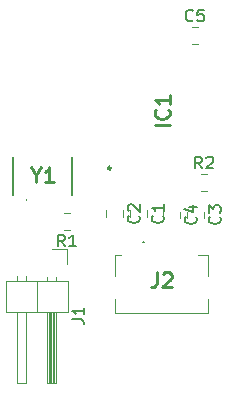
<source format=gbr>
%TF.GenerationSoftware,KiCad,Pcbnew,5.1.6*%
%TF.CreationDate,2021-04-23T20:37:08+02:00*%
%TF.ProjectId,prog,70726f67-2e6b-4696-9361-645f70636258,rev?*%
%TF.SameCoordinates,Original*%
%TF.FileFunction,Legend,Top*%
%TF.FilePolarity,Positive*%
%FSLAX46Y46*%
G04 Gerber Fmt 4.6, Leading zero omitted, Abs format (unit mm)*
G04 Created by KiCad (PCBNEW 5.1.6) date 2021-04-23 20:37:08*
%MOMM*%
%LPD*%
G01*
G04 APERTURE LIST*
%ADD10C,0.200000*%
%ADD11C,0.100000*%
%ADD12C,0.120000*%
%ADD13C,0.250000*%
%ADD14C,0.254000*%
%ADD15C,0.150000*%
G04 APERTURE END LIST*
D10*
%TO.C,Y1*%
X49062000Y-151478000D02*
X49062000Y-154678000D01*
X54062000Y-151478000D02*
X54062000Y-154678000D01*
D11*
X50162000Y-155178000D02*
X50162000Y-155178000D01*
X50162000Y-155078000D02*
X50162000Y-155078000D01*
X50162000Y-155078000D02*
G75*
G02*
X50162000Y-155178000I0J-50000D01*
G01*
X50162000Y-155178000D02*
G75*
G02*
X50162000Y-155078000I0J50000D01*
G01*
D12*
%TO.C,C4*%
X61774000Y-156127422D02*
X61774000Y-156644578D01*
X63194000Y-156127422D02*
X63194000Y-156644578D01*
D10*
%TO.C,J2*%
X60013000Y-158735000D02*
X60013000Y-158735000D01*
X60113000Y-158735000D02*
X60113000Y-158735000D01*
D11*
X65513000Y-159760000D02*
X65513000Y-161560000D01*
X64688000Y-159760000D02*
X65513000Y-159760000D01*
X65513000Y-164710000D02*
X65513000Y-163560000D01*
X57713000Y-164710000D02*
X65513000Y-164710000D01*
X57713000Y-163560000D02*
X57713000Y-164710000D01*
X57713000Y-159760000D02*
X57713000Y-161560000D01*
X58188000Y-159760000D02*
X57713000Y-159760000D01*
D10*
X60113000Y-158735000D02*
G75*
G02*
X60013000Y-158735000I-50000J0D01*
G01*
X60013000Y-158735000D02*
G75*
G02*
X60113000Y-158735000I50000J0D01*
G01*
D12*
%TO.C,R2*%
X64940922Y-154380000D02*
X65458078Y-154380000D01*
X64940922Y-152960000D02*
X65458078Y-152960000D01*
%TO.C,R1*%
X53852578Y-156262000D02*
X53335422Y-156262000D01*
X53852578Y-157682000D02*
X53335422Y-157682000D01*
%TO.C,C5*%
X64178922Y-141934000D02*
X64696078Y-141934000D01*
X64178922Y-140514000D02*
X64696078Y-140514000D01*
%TO.C,C3*%
X63806000Y-156127422D02*
X63806000Y-156644578D01*
X65226000Y-156127422D02*
X65226000Y-156644578D01*
%TO.C,C2*%
X56948000Y-156029422D02*
X56948000Y-156546578D01*
X58368000Y-156029422D02*
X58368000Y-156546578D01*
%TO.C,C1*%
X58980000Y-156029422D02*
X58980000Y-156546578D01*
X60400000Y-156029422D02*
X60400000Y-156546578D01*
%TO.C,J1*%
X53594000Y-159258000D02*
X53594000Y-160528000D01*
X52324000Y-159258000D02*
X53594000Y-159258000D01*
X49404000Y-161570929D02*
X49404000Y-161968000D01*
X50164000Y-161570929D02*
X50164000Y-161968000D01*
X49404000Y-170628000D02*
X49404000Y-164628000D01*
X50164000Y-170628000D02*
X49404000Y-170628000D01*
X50164000Y-164628000D02*
X50164000Y-170628000D01*
X51054000Y-161968000D02*
X51054000Y-164628000D01*
X51944000Y-161638000D02*
X51944000Y-161968000D01*
X52704000Y-161638000D02*
X52704000Y-161968000D01*
X52044000Y-164628000D02*
X52044000Y-170628000D01*
X52164000Y-164628000D02*
X52164000Y-170628000D01*
X52284000Y-164628000D02*
X52284000Y-170628000D01*
X52404000Y-164628000D02*
X52404000Y-170628000D01*
X52524000Y-164628000D02*
X52524000Y-170628000D01*
X52644000Y-164628000D02*
X52644000Y-170628000D01*
X51944000Y-170628000D02*
X51944000Y-164628000D01*
X52704000Y-170628000D02*
X51944000Y-170628000D01*
X52704000Y-164628000D02*
X52704000Y-170628000D01*
X53654000Y-164628000D02*
X53654000Y-161968000D01*
X48454000Y-164628000D02*
X53654000Y-164628000D01*
X48454000Y-161968000D02*
X48454000Y-164628000D01*
X53654000Y-161968000D02*
X48454000Y-161968000D01*
D13*
%TO.C,IC1*%
X57347000Y-152449000D02*
G75*
G03*
X57347000Y-152449000I-125000J0D01*
G01*
%TO.C,Y1*%
D14*
X50957238Y-153047761D02*
X50957238Y-153652523D01*
X50533904Y-152382523D02*
X50957238Y-153047761D01*
X51380571Y-152382523D01*
X52469142Y-153652523D02*
X51743428Y-153652523D01*
X52106285Y-153652523D02*
X52106285Y-152382523D01*
X51985333Y-152563952D01*
X51864380Y-152684904D01*
X51743428Y-152745380D01*
%TO.C,C4*%
D15*
X64491142Y-156552666D02*
X64538761Y-156600285D01*
X64586380Y-156743142D01*
X64586380Y-156838380D01*
X64538761Y-156981238D01*
X64443523Y-157076476D01*
X64348285Y-157124095D01*
X64157809Y-157171714D01*
X64014952Y-157171714D01*
X63824476Y-157124095D01*
X63729238Y-157076476D01*
X63634000Y-156981238D01*
X63586380Y-156838380D01*
X63586380Y-156743142D01*
X63634000Y-156600285D01*
X63681619Y-156552666D01*
X63919714Y-155695523D02*
X64586380Y-155695523D01*
X63538761Y-155933619D02*
X64253047Y-156171714D01*
X64253047Y-155552666D01*
%TO.C,J2*%
D14*
X61189666Y-161264523D02*
X61189666Y-162171666D01*
X61129190Y-162353095D01*
X61008238Y-162474047D01*
X60826809Y-162534523D01*
X60705857Y-162534523D01*
X61733952Y-161385476D02*
X61794428Y-161325000D01*
X61915380Y-161264523D01*
X62217761Y-161264523D01*
X62338714Y-161325000D01*
X62399190Y-161385476D01*
X62459666Y-161506428D01*
X62459666Y-161627380D01*
X62399190Y-161808809D01*
X61673476Y-162534523D01*
X62459666Y-162534523D01*
%TO.C,R2*%
D15*
X65032833Y-152472380D02*
X64699500Y-151996190D01*
X64461404Y-152472380D02*
X64461404Y-151472380D01*
X64842357Y-151472380D01*
X64937595Y-151520000D01*
X64985214Y-151567619D01*
X65032833Y-151662857D01*
X65032833Y-151805714D01*
X64985214Y-151900952D01*
X64937595Y-151948571D01*
X64842357Y-151996190D01*
X64461404Y-151996190D01*
X65413785Y-151567619D02*
X65461404Y-151520000D01*
X65556642Y-151472380D01*
X65794738Y-151472380D01*
X65889976Y-151520000D01*
X65937595Y-151567619D01*
X65985214Y-151662857D01*
X65985214Y-151758095D01*
X65937595Y-151900952D01*
X65366166Y-152472380D01*
X65985214Y-152472380D01*
%TO.C,R1*%
X53427333Y-159074380D02*
X53094000Y-158598190D01*
X52855904Y-159074380D02*
X52855904Y-158074380D01*
X53236857Y-158074380D01*
X53332095Y-158122000D01*
X53379714Y-158169619D01*
X53427333Y-158264857D01*
X53427333Y-158407714D01*
X53379714Y-158502952D01*
X53332095Y-158550571D01*
X53236857Y-158598190D01*
X52855904Y-158598190D01*
X54379714Y-159074380D02*
X53808285Y-159074380D01*
X54094000Y-159074380D02*
X54094000Y-158074380D01*
X53998761Y-158217238D01*
X53903523Y-158312476D01*
X53808285Y-158360095D01*
%TO.C,C5*%
X64270833Y-139931142D02*
X64223214Y-139978761D01*
X64080357Y-140026380D01*
X63985119Y-140026380D01*
X63842261Y-139978761D01*
X63747023Y-139883523D01*
X63699404Y-139788285D01*
X63651785Y-139597809D01*
X63651785Y-139454952D01*
X63699404Y-139264476D01*
X63747023Y-139169238D01*
X63842261Y-139074000D01*
X63985119Y-139026380D01*
X64080357Y-139026380D01*
X64223214Y-139074000D01*
X64270833Y-139121619D01*
X65175595Y-139026380D02*
X64699404Y-139026380D01*
X64651785Y-139502571D01*
X64699404Y-139454952D01*
X64794642Y-139407333D01*
X65032738Y-139407333D01*
X65127976Y-139454952D01*
X65175595Y-139502571D01*
X65223214Y-139597809D01*
X65223214Y-139835904D01*
X65175595Y-139931142D01*
X65127976Y-139978761D01*
X65032738Y-140026380D01*
X64794642Y-140026380D01*
X64699404Y-139978761D01*
X64651785Y-139931142D01*
%TO.C,C3*%
X66523142Y-156552666D02*
X66570761Y-156600285D01*
X66618380Y-156743142D01*
X66618380Y-156838380D01*
X66570761Y-156981238D01*
X66475523Y-157076476D01*
X66380285Y-157124095D01*
X66189809Y-157171714D01*
X66046952Y-157171714D01*
X65856476Y-157124095D01*
X65761238Y-157076476D01*
X65666000Y-156981238D01*
X65618380Y-156838380D01*
X65618380Y-156743142D01*
X65666000Y-156600285D01*
X65713619Y-156552666D01*
X65618380Y-156219333D02*
X65618380Y-155600285D01*
X65999333Y-155933619D01*
X65999333Y-155790761D01*
X66046952Y-155695523D01*
X66094571Y-155647904D01*
X66189809Y-155600285D01*
X66427904Y-155600285D01*
X66523142Y-155647904D01*
X66570761Y-155695523D01*
X66618380Y-155790761D01*
X66618380Y-156076476D01*
X66570761Y-156171714D01*
X66523142Y-156219333D01*
%TO.C,C2*%
X59665142Y-156454666D02*
X59712761Y-156502285D01*
X59760380Y-156645142D01*
X59760380Y-156740380D01*
X59712761Y-156883238D01*
X59617523Y-156978476D01*
X59522285Y-157026095D01*
X59331809Y-157073714D01*
X59188952Y-157073714D01*
X58998476Y-157026095D01*
X58903238Y-156978476D01*
X58808000Y-156883238D01*
X58760380Y-156740380D01*
X58760380Y-156645142D01*
X58808000Y-156502285D01*
X58855619Y-156454666D01*
X58855619Y-156073714D02*
X58808000Y-156026095D01*
X58760380Y-155930857D01*
X58760380Y-155692761D01*
X58808000Y-155597523D01*
X58855619Y-155549904D01*
X58950857Y-155502285D01*
X59046095Y-155502285D01*
X59188952Y-155549904D01*
X59760380Y-156121333D01*
X59760380Y-155502285D01*
%TO.C,C1*%
X61697142Y-156454666D02*
X61744761Y-156502285D01*
X61792380Y-156645142D01*
X61792380Y-156740380D01*
X61744761Y-156883238D01*
X61649523Y-156978476D01*
X61554285Y-157026095D01*
X61363809Y-157073714D01*
X61220952Y-157073714D01*
X61030476Y-157026095D01*
X60935238Y-156978476D01*
X60840000Y-156883238D01*
X60792380Y-156740380D01*
X60792380Y-156645142D01*
X60840000Y-156502285D01*
X60887619Y-156454666D01*
X61792380Y-155502285D02*
X61792380Y-156073714D01*
X61792380Y-155788000D02*
X60792380Y-155788000D01*
X60935238Y-155883238D01*
X61030476Y-155978476D01*
X61078095Y-156073714D01*
%TO.C,J1*%
X54046380Y-165246333D02*
X54760666Y-165246333D01*
X54903523Y-165293952D01*
X54998761Y-165389190D01*
X55046380Y-165532047D01*
X55046380Y-165627285D01*
X55046380Y-164246333D02*
X55046380Y-164817761D01*
X55046380Y-164532047D02*
X54046380Y-164532047D01*
X54189238Y-164627285D01*
X54284476Y-164722523D01*
X54332095Y-164817761D01*
%TO.C,IC1*%
D14*
X62296523Y-148813761D02*
X61026523Y-148813761D01*
X62175571Y-147483285D02*
X62236047Y-147543761D01*
X62296523Y-147725190D01*
X62296523Y-147846142D01*
X62236047Y-148027571D01*
X62115095Y-148148523D01*
X61994142Y-148209000D01*
X61752238Y-148269476D01*
X61570809Y-148269476D01*
X61328904Y-148209000D01*
X61207952Y-148148523D01*
X61087000Y-148027571D01*
X61026523Y-147846142D01*
X61026523Y-147725190D01*
X61087000Y-147543761D01*
X61147476Y-147483285D01*
X62296523Y-146273761D02*
X62296523Y-146999476D01*
X62296523Y-146636619D02*
X61026523Y-146636619D01*
X61207952Y-146757571D01*
X61328904Y-146878523D01*
X61389380Y-146999476D01*
%TD*%
M02*

</source>
